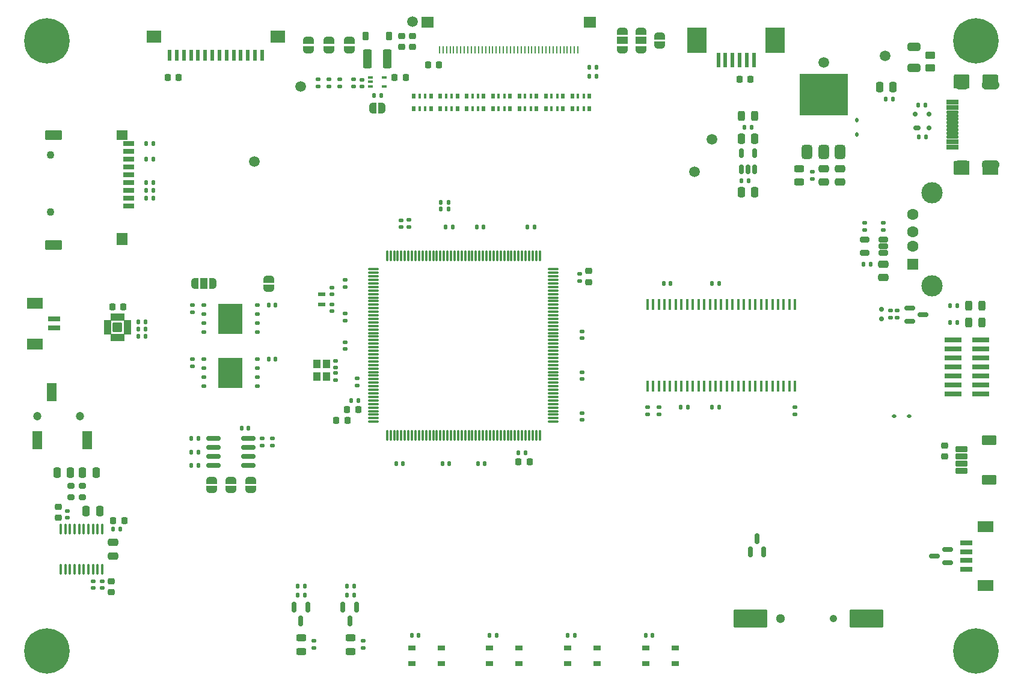
<source format=gbr>
%TF.GenerationSoftware,KiCad,Pcbnew,8.0.2*%
%TF.CreationDate,2024-07-19T10:45:18+07:00*%
%TF.ProjectId,chroma-pixel-zeta,6368726f-6d61-42d7-9069-78656c2d7a65,rev?*%
%TF.SameCoordinates,Original*%
%TF.FileFunction,Soldermask,Top*%
%TF.FilePolarity,Negative*%
%FSLAX46Y46*%
G04 Gerber Fmt 4.6, Leading zero omitted, Abs format (unit mm)*
G04 Created by KiCad (PCBNEW 8.0.2) date 2024-07-19 10:45:18*
%MOMM*%
%LPD*%
G01*
G04 APERTURE LIST*
G04 Aperture macros list*
%AMRoundRect*
0 Rectangle with rounded corners*
0 $1 Rounding radius*
0 $2 $3 $4 $5 $6 $7 $8 $9 X,Y pos of 4 corners*
0 Add a 4 corners polygon primitive as box body*
4,1,4,$2,$3,$4,$5,$6,$7,$8,$9,$2,$3,0*
0 Add four circle primitives for the rounded corners*
1,1,$1+$1,$2,$3*
1,1,$1+$1,$4,$5*
1,1,$1+$1,$6,$7*
1,1,$1+$1,$8,$9*
0 Add four rect primitives between the rounded corners*
20,1,$1+$1,$2,$3,$4,$5,0*
20,1,$1+$1,$4,$5,$6,$7,0*
20,1,$1+$1,$6,$7,$8,$9,0*
20,1,$1+$1,$8,$9,$2,$3,0*%
%AMFreePoly0*
4,1,19,0.500000,-0.750000,0.000000,-0.750000,0.000000,-0.744911,-0.071157,-0.744911,-0.207708,-0.704816,-0.327430,-0.627875,-0.420627,-0.520320,-0.479746,-0.390866,-0.500000,-0.250000,-0.500000,0.250000,-0.479746,0.390866,-0.420627,0.520320,-0.327430,0.627875,-0.207708,0.704816,-0.071157,0.744911,0.000000,0.744911,0.000000,0.750000,0.500000,0.750000,0.500000,-0.750000,0.500000,-0.750000,
$1*%
%AMFreePoly1*
4,1,19,0.000000,0.744911,0.071157,0.744911,0.207708,0.704816,0.327430,0.627875,0.420627,0.520320,0.479746,0.390866,0.500000,0.250000,0.500000,-0.250000,0.479746,-0.390866,0.420627,-0.520320,0.327430,-0.627875,0.207708,-0.704816,0.071157,-0.744911,0.000000,-0.744911,0.000000,-0.750000,-0.500000,-0.750000,-0.500000,0.750000,0.000000,0.750000,0.000000,0.744911,0.000000,0.744911,
$1*%
%AMFreePoly2*
4,1,19,0.550000,-0.750000,0.000000,-0.750000,0.000000,-0.744911,-0.071157,-0.744911,-0.207708,-0.704816,-0.327430,-0.627875,-0.420627,-0.520320,-0.479746,-0.390866,-0.500000,-0.250000,-0.500000,0.250000,-0.479746,0.390866,-0.420627,0.520320,-0.327430,0.627875,-0.207708,0.704816,-0.071157,0.744911,0.000000,0.744911,0.000000,0.750000,0.550000,0.750000,0.550000,-0.750000,0.550000,-0.750000,
$1*%
%AMFreePoly3*
4,1,19,0.000000,0.744911,0.071157,0.744911,0.207708,0.704816,0.327430,0.627875,0.420627,0.520320,0.479746,0.390866,0.500000,0.250000,0.500000,-0.250000,0.479746,-0.390866,0.420627,-0.520320,0.327430,-0.627875,0.207708,-0.704816,0.071157,-0.744911,0.000000,-0.744911,0.000000,-0.750000,-0.550000,-0.750000,-0.550000,0.750000,0.000000,0.750000,0.000000,0.744911,0.000000,0.744911,
$1*%
G04 Aperture macros list end*
%ADD10C,0.010000*%
%ADD11C,1.200000*%
%ADD12R,1.400000X2.600000*%
%ADD13C,0.800000*%
%ADD14C,6.400000*%
%ADD15RoundRect,0.140000X-0.170000X0.140000X-0.170000X-0.140000X0.170000X-0.140000X0.170000X0.140000X0*%
%ADD16RoundRect,0.135000X-0.185000X0.135000X-0.185000X-0.135000X0.185000X-0.135000X0.185000X0.135000X0*%
%ADD17RoundRect,0.135000X-0.135000X-0.185000X0.135000X-0.185000X0.135000X0.185000X-0.135000X0.185000X0*%
%ADD18RoundRect,0.140000X-0.140000X-0.170000X0.140000X-0.170000X0.140000X0.170000X-0.140000X0.170000X0*%
%ADD19RoundRect,0.140000X0.140000X0.170000X-0.140000X0.170000X-0.140000X-0.170000X0.140000X-0.170000X0*%
%ADD20RoundRect,0.102000X0.775000X-0.300000X0.775000X0.300000X-0.775000X0.300000X-0.775000X-0.300000X0*%
%ADD21RoundRect,0.102000X-0.900000X0.600000X-0.900000X-0.600000X0.900000X-0.600000X0.900000X0.600000X0*%
%ADD22RoundRect,0.135000X0.135000X0.185000X-0.135000X0.185000X-0.135000X-0.185000X0.135000X-0.185000X0*%
%ADD23RoundRect,0.135000X0.185000X-0.135000X0.185000X0.135000X-0.185000X0.135000X-0.185000X-0.135000X0*%
%ADD24RoundRect,0.375000X0.375000X-0.625000X0.375000X0.625000X-0.375000X0.625000X-0.375000X-0.625000X0*%
%ADD25RoundRect,0.500000X1.400000X-0.500000X1.400000X0.500000X-1.400000X0.500000X-1.400000X-0.500000X0*%
%ADD26RoundRect,0.250000X-0.475000X0.250000X-0.475000X-0.250000X0.475000X-0.250000X0.475000X0.250000X0*%
%ADD27R,1.500000X1.600000*%
%ADD28C,1.600000*%
%ADD29C,3.000000*%
%ADD30RoundRect,0.140000X0.170000X-0.140000X0.170000X0.140000X-0.170000X0.140000X-0.170000X-0.140000X0*%
%ADD31R,0.500000X0.800000*%
%ADD32R,0.400000X0.800000*%
%ADD33R,1.100000X0.600000*%
%ADD34C,1.500000*%
%ADD35RoundRect,0.150000X0.150000X-0.512500X0.150000X0.512500X-0.150000X0.512500X-0.150000X-0.512500X0*%
%ADD36FreePoly0,270.000000*%
%ADD37FreePoly1,270.000000*%
%ADD38RoundRect,0.225000X0.250000X-0.225000X0.250000X0.225000X-0.250000X0.225000X-0.250000X-0.225000X0*%
%ADD39R,2.400000X0.740000*%
%ADD40RoundRect,0.243750X0.243750X0.456250X-0.243750X0.456250X-0.243750X-0.456250X0.243750X-0.456250X0*%
%ADD41RoundRect,0.225000X-0.225000X-0.250000X0.225000X-0.250000X0.225000X0.250000X-0.225000X0.250000X0*%
%ADD42RoundRect,0.125000X-0.200000X-0.125000X0.200000X-0.125000X0.200000X0.125000X-0.200000X0.125000X0*%
%ADD43R,3.400000X4.300000*%
%ADD44RoundRect,0.150000X0.150000X-0.587500X0.150000X0.587500X-0.150000X0.587500X-0.150000X-0.587500X0*%
%ADD45RoundRect,0.075000X-0.675000X-0.075000X0.675000X-0.075000X0.675000X0.075000X-0.675000X0.075000X0*%
%ADD46RoundRect,0.075000X-0.075000X-0.675000X0.075000X-0.675000X0.075000X0.675000X-0.075000X0.675000X0*%
%ADD47C,1.050000*%
%ADD48C,1.300000*%
%ADD49RoundRect,0.102000X-2.250000X-1.150000X2.250000X-1.150000X2.250000X1.150000X-2.250000X1.150000X0*%
%ADD50RoundRect,0.250000X0.450000X-0.262500X0.450000X0.262500X-0.450000X0.262500X-0.450000X-0.262500X0*%
%ADD51RoundRect,0.250000X-0.250000X-0.475000X0.250000X-0.475000X0.250000X0.475000X-0.250000X0.475000X0*%
%ADD52FreePoly0,90.000000*%
%ADD53FreePoly1,90.000000*%
%ADD54RoundRect,0.100000X-0.225000X-0.100000X0.225000X-0.100000X0.225000X0.100000X-0.225000X0.100000X0*%
%ADD55C,1.100000*%
%ADD56R,1.600000X0.700000*%
%ADD57RoundRect,0.050000X-0.750000X0.600000X-0.750000X-0.600000X0.750000X-0.600000X0.750000X0.600000X0*%
%ADD58RoundRect,0.050000X-1.100000X0.600000X-1.100000X-0.600000X1.100000X-0.600000X1.100000X0.600000X0*%
%ADD59RoundRect,0.050000X-0.750000X0.800000X-0.750000X-0.800000X0.750000X-0.800000X0.750000X0.800000X0*%
%ADD60RoundRect,0.250000X0.250000X0.475000X-0.250000X0.475000X-0.250000X-0.475000X0.250000X-0.475000X0*%
%ADD61RoundRect,0.150000X0.200000X-0.150000X0.200000X0.150000X-0.200000X0.150000X-0.200000X-0.150000X0*%
%ADD62RoundRect,0.225000X-0.250000X0.225000X-0.250000X-0.225000X0.250000X-0.225000X0.250000X0.225000X0*%
%ADD63R,1.050000X0.650000*%
%ADD64FreePoly2,180.000000*%
%ADD65R,1.000000X1.500000*%
%ADD66FreePoly3,180.000000*%
%ADD67RoundRect,0.076200X0.750000X-0.300000X0.750000X0.300000X-0.750000X0.300000X-0.750000X-0.300000X0*%
%ADD68RoundRect,0.076200X0.750000X-0.150000X0.750000X0.150000X-0.750000X0.150000X-0.750000X-0.150000X0*%
%ADD69R,0.458000X1.510000*%
%ADD70RoundRect,0.112500X-0.187500X-0.112500X0.187500X-0.112500X0.187500X0.112500X-0.187500X0.112500X0*%
%ADD71RoundRect,0.150000X-0.825000X-0.150000X0.825000X-0.150000X0.825000X0.150000X-0.825000X0.150000X0*%
%ADD72RoundRect,0.112500X0.112500X-0.187500X0.112500X0.187500X-0.112500X0.187500X-0.112500X-0.187500X0*%
%ADD73RoundRect,0.243750X-0.456250X0.243750X-0.456250X-0.243750X0.456250X-0.243750X0.456250X0.243750X0*%
%ADD74FreePoly2,90.000000*%
%ADD75R,1.500000X1.000000*%
%ADD76FreePoly3,90.000000*%
%ADD77RoundRect,0.225000X0.225000X0.250000X-0.225000X0.250000X-0.225000X-0.250000X0.225000X-0.250000X0*%
%ADD78R,1.000000X1.150000*%
%ADD79R,1.800000X0.700000*%
%ADD80R,2.200000X1.600000*%
%ADD81RoundRect,0.150000X0.587500X0.150000X-0.587500X0.150000X-0.587500X-0.150000X0.587500X-0.150000X0*%
%ADD82RoundRect,0.200000X0.275000X-0.200000X0.275000X0.200000X-0.275000X0.200000X-0.275000X-0.200000X0*%
%ADD83RoundRect,0.033180X0.498820X0.203820X-0.498820X0.203820X-0.498820X-0.203820X0.498820X-0.203820X0*%
%ADD84RoundRect,0.033180X-0.203820X0.498820X-0.203820X-0.498820X0.203820X-0.498820X0.203820X0.498820X0*%
%ADD85RoundRect,0.033180X-0.498820X-0.203820X0.498820X-0.203820X0.498820X0.203820X-0.498820X0.203820X0*%
%ADD86RoundRect,0.033180X0.203820X-0.498820X0.203820X0.498820X-0.203820X0.498820X-0.203820X-0.498820X0*%
%ADD87RoundRect,0.102000X0.550000X0.550000X-0.550000X0.550000X-0.550000X-0.550000X0.550000X-0.550000X0*%
%ADD88R,0.610000X2.000000*%
%ADD89R,2.680000X3.600000*%
%ADD90RoundRect,0.175000X0.325000X-0.175000X0.325000X0.175000X-0.325000X0.175000X-0.325000X-0.175000X0*%
%ADD91RoundRect,0.150000X0.150000X-0.200000X0.150000X0.200000X-0.150000X0.200000X-0.150000X-0.200000X0*%
%ADD92RoundRect,0.225000X0.225000X0.375000X-0.225000X0.375000X-0.225000X-0.375000X0.225000X-0.375000X0*%
%ADD93FreePoly0,180.000000*%
%ADD94FreePoly1,180.000000*%
%ADD95RoundRect,0.150000X-0.150000X0.587500X-0.150000X-0.587500X0.150000X-0.587500X0.150000X0.587500X0*%
%ADD96R,0.250000X1.100000*%
%ADD97R,1.700000X1.500000*%
%ADD98R,0.500000X1.500000*%
%ADD99R,2.000000X1.700000*%
%ADD100RoundRect,0.250000X0.650000X-0.325000X0.650000X0.325000X-0.650000X0.325000X-0.650000X-0.325000X0*%
%ADD101RoundRect,0.201000X0.451000X0.201000X-0.451000X0.201000X-0.451000X-0.201000X0.451000X-0.201000X0*%
%ADD102RoundRect,0.201000X-0.451000X-0.201000X0.451000X-0.201000X0.451000X0.201000X-0.451000X0.201000X0*%
%ADD103RoundRect,0.150000X-0.587500X-0.150000X0.587500X-0.150000X0.587500X0.150000X-0.587500X0.150000X0*%
%ADD104RoundRect,0.100000X-0.100000X0.637500X-0.100000X-0.637500X0.100000X-0.637500X0.100000X0.637500X0*%
%ADD105RoundRect,0.250000X0.375000X1.075000X-0.375000X1.075000X-0.375000X-1.075000X0.375000X-1.075000X0*%
G04 APERTURE END LIST*
D10*
%TO.C,J3*%
X213103000Y-67443000D02*
X213165000Y-67453000D01*
X213225000Y-67469000D01*
X213284000Y-67492000D01*
X213340000Y-67520000D01*
X213393000Y-67555000D01*
X213441000Y-67594000D01*
X213486000Y-67639000D01*
X213525000Y-67687000D01*
X213560000Y-67740000D01*
X213588000Y-67796000D01*
X213611000Y-67855000D01*
X213627000Y-67915000D01*
X213637000Y-67977000D01*
X213640000Y-68040000D01*
X213637000Y-68103000D01*
X213627000Y-68165000D01*
X213611000Y-68225000D01*
X213588000Y-68284000D01*
X213560000Y-68340000D01*
X213525000Y-68393000D01*
X213486000Y-68441000D01*
X213441000Y-68486000D01*
X213393000Y-68525000D01*
X213340000Y-68560000D01*
X213284000Y-68588000D01*
X213225000Y-68611000D01*
X213165000Y-68627000D01*
X213103000Y-68637000D01*
X213040000Y-68640000D01*
X212240000Y-68640000D01*
X212177000Y-68637000D01*
X212115000Y-68627000D01*
X212055000Y-68611000D01*
X211996000Y-68588000D01*
X211940000Y-68560000D01*
X211887000Y-68525000D01*
X211839000Y-68486000D01*
X211794000Y-68441000D01*
X211755000Y-68393000D01*
X211720000Y-68340000D01*
X211692000Y-68284000D01*
X211669000Y-68225000D01*
X211653000Y-68165000D01*
X211643000Y-68103000D01*
X211640000Y-68040000D01*
X211643000Y-67977000D01*
X211653000Y-67915000D01*
X211669000Y-67855000D01*
X211692000Y-67796000D01*
X211720000Y-67740000D01*
X211755000Y-67687000D01*
X211794000Y-67639000D01*
X211839000Y-67594000D01*
X211887000Y-67555000D01*
X211940000Y-67520000D01*
X211996000Y-67492000D01*
X212055000Y-67469000D01*
X212115000Y-67453000D01*
X212177000Y-67443000D01*
X212240000Y-67440000D01*
X213040000Y-67440000D01*
X213103000Y-67443000D01*
G36*
X213103000Y-67443000D02*
G01*
X213165000Y-67453000D01*
X213225000Y-67469000D01*
X213284000Y-67492000D01*
X213340000Y-67520000D01*
X213393000Y-67555000D01*
X213441000Y-67594000D01*
X213486000Y-67639000D01*
X213525000Y-67687000D01*
X213560000Y-67740000D01*
X213588000Y-67796000D01*
X213611000Y-67855000D01*
X213627000Y-67915000D01*
X213637000Y-67977000D01*
X213640000Y-68040000D01*
X213637000Y-68103000D01*
X213627000Y-68165000D01*
X213611000Y-68225000D01*
X213588000Y-68284000D01*
X213560000Y-68340000D01*
X213525000Y-68393000D01*
X213486000Y-68441000D01*
X213441000Y-68486000D01*
X213393000Y-68525000D01*
X213340000Y-68560000D01*
X213284000Y-68588000D01*
X213225000Y-68611000D01*
X213165000Y-68627000D01*
X213103000Y-68637000D01*
X213040000Y-68640000D01*
X212240000Y-68640000D01*
X212177000Y-68637000D01*
X212115000Y-68627000D01*
X212055000Y-68611000D01*
X211996000Y-68588000D01*
X211940000Y-68560000D01*
X211887000Y-68525000D01*
X211839000Y-68486000D01*
X211794000Y-68441000D01*
X211755000Y-68393000D01*
X211720000Y-68340000D01*
X211692000Y-68284000D01*
X211669000Y-68225000D01*
X211653000Y-68165000D01*
X211643000Y-68103000D01*
X211640000Y-68040000D01*
X211643000Y-67977000D01*
X211653000Y-67915000D01*
X211669000Y-67855000D01*
X211692000Y-67796000D01*
X211720000Y-67740000D01*
X211755000Y-67687000D01*
X211794000Y-67639000D01*
X211839000Y-67594000D01*
X211887000Y-67555000D01*
X211940000Y-67520000D01*
X211996000Y-67492000D01*
X212055000Y-67469000D01*
X212115000Y-67453000D01*
X212177000Y-67443000D01*
X212240000Y-67440000D01*
X213040000Y-67440000D01*
X213103000Y-67443000D01*
G37*
X213103000Y-56203000D02*
X213165000Y-56213000D01*
X213225000Y-56229000D01*
X213284000Y-56252000D01*
X213340000Y-56280000D01*
X213393000Y-56315000D01*
X213441000Y-56354000D01*
X213486000Y-56399000D01*
X213525000Y-56447000D01*
X213560000Y-56500000D01*
X213588000Y-56556000D01*
X213611000Y-56615000D01*
X213627000Y-56675000D01*
X213637000Y-56737000D01*
X213640000Y-56800000D01*
X213637000Y-56863000D01*
X213627000Y-56925000D01*
X213611000Y-56985000D01*
X213588000Y-57044000D01*
X213560000Y-57100000D01*
X213525000Y-57153000D01*
X213486000Y-57201000D01*
X213441000Y-57246000D01*
X213393000Y-57285000D01*
X213340000Y-57320000D01*
X213284000Y-57348000D01*
X213225000Y-57371000D01*
X213165000Y-57387000D01*
X213103000Y-57397000D01*
X213040000Y-57400000D01*
X212240000Y-57400000D01*
X212177000Y-57397000D01*
X212115000Y-57387000D01*
X212055000Y-57371000D01*
X211996000Y-57348000D01*
X211940000Y-57320000D01*
X211887000Y-57285000D01*
X211839000Y-57246000D01*
X211794000Y-57201000D01*
X211755000Y-57153000D01*
X211720000Y-57100000D01*
X211692000Y-57044000D01*
X211669000Y-56985000D01*
X211653000Y-56925000D01*
X211643000Y-56863000D01*
X211640000Y-56800000D01*
X211643000Y-56737000D01*
X211653000Y-56675000D01*
X211669000Y-56615000D01*
X211692000Y-56556000D01*
X211720000Y-56500000D01*
X211755000Y-56447000D01*
X211794000Y-56399000D01*
X211839000Y-56354000D01*
X211887000Y-56315000D01*
X211940000Y-56280000D01*
X211996000Y-56252000D01*
X212055000Y-56229000D01*
X212115000Y-56213000D01*
X212177000Y-56203000D01*
X212240000Y-56200000D01*
X213040000Y-56200000D01*
X213103000Y-56203000D01*
G36*
X213103000Y-56203000D02*
G01*
X213165000Y-56213000D01*
X213225000Y-56229000D01*
X213284000Y-56252000D01*
X213340000Y-56280000D01*
X213393000Y-56315000D01*
X213441000Y-56354000D01*
X213486000Y-56399000D01*
X213525000Y-56447000D01*
X213560000Y-56500000D01*
X213588000Y-56556000D01*
X213611000Y-56615000D01*
X213627000Y-56675000D01*
X213637000Y-56737000D01*
X213640000Y-56800000D01*
X213637000Y-56863000D01*
X213627000Y-56925000D01*
X213611000Y-56985000D01*
X213588000Y-57044000D01*
X213560000Y-57100000D01*
X213525000Y-57153000D01*
X213486000Y-57201000D01*
X213441000Y-57246000D01*
X213393000Y-57285000D01*
X213340000Y-57320000D01*
X213284000Y-57348000D01*
X213225000Y-57371000D01*
X213165000Y-57387000D01*
X213103000Y-57397000D01*
X213040000Y-57400000D01*
X212240000Y-57400000D01*
X212177000Y-57397000D01*
X212115000Y-57387000D01*
X212055000Y-57371000D01*
X211996000Y-57348000D01*
X211940000Y-57320000D01*
X211887000Y-57285000D01*
X211839000Y-57246000D01*
X211794000Y-57201000D01*
X211755000Y-57153000D01*
X211720000Y-57100000D01*
X211692000Y-57044000D01*
X211669000Y-56985000D01*
X211653000Y-56925000D01*
X211643000Y-56863000D01*
X211640000Y-56800000D01*
X211643000Y-56737000D01*
X211653000Y-56675000D01*
X211669000Y-56615000D01*
X211692000Y-56556000D01*
X211720000Y-56500000D01*
X211755000Y-56447000D01*
X211794000Y-56399000D01*
X211839000Y-56354000D01*
X211887000Y-56315000D01*
X211940000Y-56280000D01*
X211996000Y-56252000D01*
X212055000Y-56229000D01*
X212115000Y-56213000D01*
X212177000Y-56203000D01*
X212240000Y-56200000D01*
X213040000Y-56200000D01*
X213103000Y-56203000D01*
G37*
X217303000Y-56203000D02*
X217365000Y-56213000D01*
X217425000Y-56229000D01*
X217484000Y-56252000D01*
X217540000Y-56280000D01*
X217593000Y-56315000D01*
X217641000Y-56354000D01*
X217686000Y-56399000D01*
X217725000Y-56447000D01*
X217760000Y-56500000D01*
X217788000Y-56556000D01*
X217811000Y-56615000D01*
X217827000Y-56675000D01*
X217837000Y-56737000D01*
X217840000Y-56800000D01*
X217837000Y-56863000D01*
X217827000Y-56925000D01*
X217811000Y-56985000D01*
X217788000Y-57044000D01*
X217760000Y-57100000D01*
X217725000Y-57153000D01*
X217686000Y-57201000D01*
X217641000Y-57246000D01*
X217593000Y-57285000D01*
X217540000Y-57320000D01*
X217484000Y-57348000D01*
X217425000Y-57371000D01*
X217365000Y-57387000D01*
X217303000Y-57397000D01*
X217240000Y-57400000D01*
X216040000Y-57400000D01*
X215977000Y-57397000D01*
X215915000Y-57387000D01*
X215855000Y-57371000D01*
X215796000Y-57348000D01*
X215740000Y-57320000D01*
X215687000Y-57285000D01*
X215639000Y-57246000D01*
X215594000Y-57201000D01*
X215555000Y-57153000D01*
X215520000Y-57100000D01*
X215492000Y-57044000D01*
X215469000Y-56985000D01*
X215453000Y-56925000D01*
X215443000Y-56863000D01*
X215440000Y-56800000D01*
X215443000Y-56737000D01*
X215453000Y-56675000D01*
X215469000Y-56615000D01*
X215492000Y-56556000D01*
X215520000Y-56500000D01*
X215555000Y-56447000D01*
X215594000Y-56399000D01*
X215639000Y-56354000D01*
X215687000Y-56315000D01*
X215740000Y-56280000D01*
X215796000Y-56252000D01*
X215855000Y-56229000D01*
X215915000Y-56213000D01*
X215977000Y-56203000D01*
X216040000Y-56200000D01*
X217240000Y-56200000D01*
X217303000Y-56203000D01*
G36*
X217303000Y-56203000D02*
G01*
X217365000Y-56213000D01*
X217425000Y-56229000D01*
X217484000Y-56252000D01*
X217540000Y-56280000D01*
X217593000Y-56315000D01*
X217641000Y-56354000D01*
X217686000Y-56399000D01*
X217725000Y-56447000D01*
X217760000Y-56500000D01*
X217788000Y-56556000D01*
X217811000Y-56615000D01*
X217827000Y-56675000D01*
X217837000Y-56737000D01*
X217840000Y-56800000D01*
X217837000Y-56863000D01*
X217827000Y-56925000D01*
X217811000Y-56985000D01*
X217788000Y-57044000D01*
X217760000Y-57100000D01*
X217725000Y-57153000D01*
X217686000Y-57201000D01*
X217641000Y-57246000D01*
X217593000Y-57285000D01*
X217540000Y-57320000D01*
X217484000Y-57348000D01*
X217425000Y-57371000D01*
X217365000Y-57387000D01*
X217303000Y-57397000D01*
X217240000Y-57400000D01*
X216040000Y-57400000D01*
X215977000Y-57397000D01*
X215915000Y-57387000D01*
X215855000Y-57371000D01*
X215796000Y-57348000D01*
X215740000Y-57320000D01*
X215687000Y-57285000D01*
X215639000Y-57246000D01*
X215594000Y-57201000D01*
X215555000Y-57153000D01*
X215520000Y-57100000D01*
X215492000Y-57044000D01*
X215469000Y-56985000D01*
X215453000Y-56925000D01*
X215443000Y-56863000D01*
X215440000Y-56800000D01*
X215443000Y-56737000D01*
X215453000Y-56675000D01*
X215469000Y-56615000D01*
X215492000Y-56556000D01*
X215520000Y-56500000D01*
X215555000Y-56447000D01*
X215594000Y-56399000D01*
X215639000Y-56354000D01*
X215687000Y-56315000D01*
X215740000Y-56280000D01*
X215796000Y-56252000D01*
X215855000Y-56229000D01*
X215915000Y-56213000D01*
X215977000Y-56203000D01*
X216040000Y-56200000D01*
X217240000Y-56200000D01*
X217303000Y-56203000D01*
G37*
X217303000Y-67443000D02*
X217365000Y-67453000D01*
X217425000Y-67469000D01*
X217484000Y-67492000D01*
X217540000Y-67520000D01*
X217593000Y-67555000D01*
X217641000Y-67594000D01*
X217686000Y-67639000D01*
X217725000Y-67687000D01*
X217760000Y-67740000D01*
X217788000Y-67796000D01*
X217811000Y-67855000D01*
X217827000Y-67915000D01*
X217837000Y-67977000D01*
X217840000Y-68040000D01*
X217837000Y-68103000D01*
X217827000Y-68165000D01*
X217811000Y-68225000D01*
X217788000Y-68284000D01*
X217760000Y-68340000D01*
X217725000Y-68393000D01*
X217686000Y-68441000D01*
X217641000Y-68486000D01*
X217593000Y-68525000D01*
X217540000Y-68560000D01*
X217484000Y-68588000D01*
X217425000Y-68611000D01*
X217365000Y-68627000D01*
X217303000Y-68637000D01*
X217240000Y-68640000D01*
X216040000Y-68640000D01*
X215977000Y-68637000D01*
X215915000Y-68627000D01*
X215855000Y-68611000D01*
X215796000Y-68588000D01*
X215740000Y-68560000D01*
X215687000Y-68525000D01*
X215639000Y-68486000D01*
X215594000Y-68441000D01*
X215555000Y-68393000D01*
X215520000Y-68340000D01*
X215492000Y-68284000D01*
X215469000Y-68225000D01*
X215453000Y-68165000D01*
X215443000Y-68103000D01*
X215440000Y-68040000D01*
X215443000Y-67977000D01*
X215453000Y-67915000D01*
X215469000Y-67855000D01*
X215492000Y-67796000D01*
X215520000Y-67740000D01*
X215555000Y-67687000D01*
X215594000Y-67639000D01*
X215639000Y-67594000D01*
X215687000Y-67555000D01*
X215740000Y-67520000D01*
X215796000Y-67492000D01*
X215855000Y-67469000D01*
X215915000Y-67453000D01*
X215977000Y-67443000D01*
X216040000Y-67440000D01*
X217240000Y-67440000D01*
X217303000Y-67443000D01*
G36*
X217303000Y-67443000D02*
G01*
X217365000Y-67453000D01*
X217425000Y-67469000D01*
X217484000Y-67492000D01*
X217540000Y-67520000D01*
X217593000Y-67555000D01*
X217641000Y-67594000D01*
X217686000Y-67639000D01*
X217725000Y-67687000D01*
X217760000Y-67740000D01*
X217788000Y-67796000D01*
X217811000Y-67855000D01*
X217827000Y-67915000D01*
X217837000Y-67977000D01*
X217840000Y-68040000D01*
X217837000Y-68103000D01*
X217827000Y-68165000D01*
X217811000Y-68225000D01*
X217788000Y-68284000D01*
X217760000Y-68340000D01*
X217725000Y-68393000D01*
X217686000Y-68441000D01*
X217641000Y-68486000D01*
X217593000Y-68525000D01*
X217540000Y-68560000D01*
X217484000Y-68588000D01*
X217425000Y-68611000D01*
X217365000Y-68627000D01*
X217303000Y-68637000D01*
X217240000Y-68640000D01*
X216040000Y-68640000D01*
X215977000Y-68637000D01*
X215915000Y-68627000D01*
X215855000Y-68611000D01*
X215796000Y-68588000D01*
X215740000Y-68560000D01*
X215687000Y-68525000D01*
X215639000Y-68486000D01*
X215594000Y-68441000D01*
X215555000Y-68393000D01*
X215520000Y-68340000D01*
X215492000Y-68284000D01*
X215469000Y-68225000D01*
X215453000Y-68165000D01*
X215443000Y-68103000D01*
X215440000Y-68040000D01*
X215443000Y-67977000D01*
X215453000Y-67915000D01*
X215469000Y-67855000D01*
X215492000Y-67796000D01*
X215520000Y-67740000D01*
X215555000Y-67687000D01*
X215594000Y-67639000D01*
X215639000Y-67594000D01*
X215687000Y-67555000D01*
X215740000Y-67520000D01*
X215796000Y-67492000D01*
X215855000Y-67469000D01*
X215915000Y-67453000D01*
X215977000Y-67443000D01*
X216040000Y-67440000D01*
X217240000Y-67440000D01*
X217303000Y-67443000D01*
G37*
%TD*%
D11*
%TO.C,J11*%
X82458200Y-103555800D03*
X88458200Y-103555800D03*
D12*
X84458200Y-100155800D03*
X82458200Y-106955800D03*
X89458200Y-106955800D03*
%TD*%
D13*
%TO.C,H3*%
X86249200Y-50634374D03*
X85546256Y-52331430D03*
X85546256Y-48937318D03*
X83849200Y-53034374D03*
D14*
X83849200Y-50634374D03*
D13*
X83849200Y-48234374D03*
X82152144Y-52331430D03*
X82152144Y-48937318D03*
X81449200Y-50634374D03*
%TD*%
D15*
%TO.C,C40*%
X124466100Y-97466200D03*
X124466100Y-98426200D03*
%TD*%
D16*
%TO.C,R19*%
X134763800Y-75878600D03*
X134763800Y-76898600D03*
%TD*%
D17*
%TO.C,R43*%
X211021200Y-87976883D03*
X212041200Y-87976883D03*
%TD*%
D18*
%TO.C,C28*%
X135170640Y-134425800D03*
X136130640Y-134425800D03*
%TD*%
D15*
%TO.C,C59*%
X91601600Y-126824800D03*
X91601600Y-127784800D03*
%TD*%
D19*
%TO.C,C37*%
X171649000Y-84806000D03*
X170689000Y-84806000D03*
%TD*%
D13*
%TO.C,H4*%
X83849200Y-134234374D03*
X85546256Y-134937318D03*
X82152144Y-134937318D03*
X86249200Y-136634374D03*
D14*
X83849200Y-136634374D03*
D13*
X81449200Y-136634374D03*
X85546256Y-138331430D03*
X82152144Y-138331430D03*
X83849200Y-139034374D03*
%TD*%
D20*
%TO.C,J5*%
X212579200Y-111205090D03*
X212579200Y-110205090D03*
X212579200Y-109205090D03*
X212579200Y-108205090D03*
D21*
X216454200Y-112505090D03*
X216454200Y-106905090D03*
%TD*%
D22*
%TO.C,R7*%
X98808000Y-67304200D03*
X97788000Y-67304200D03*
%TD*%
%TO.C,R15*%
X97726803Y-91246199D03*
X96706803Y-91246199D03*
%TD*%
D16*
%TO.C,R31*%
X115576600Y-106680000D03*
X115576600Y-107700000D03*
%TD*%
D23*
%TO.C,R23*%
X121386600Y-136253000D03*
X121386600Y-135233000D03*
%TD*%
D22*
%TO.C,R34*%
X140337000Y-74345800D03*
X139317000Y-74345800D03*
%TD*%
D19*
%TO.C,C45*%
X127635000Y-101346000D03*
X126675000Y-101346000D03*
%TD*%
D24*
%TO.C,U13*%
X190867000Y-66268600D03*
X193167000Y-66268600D03*
D25*
X193167000Y-59968600D03*
D24*
X195467000Y-66268600D03*
%TD*%
D26*
%TO.C,C63*%
X201599800Y-82087600D03*
X201599800Y-83987600D03*
%TD*%
D18*
%TO.C,C36*%
X177489000Y-84806000D03*
X178449000Y-84806000D03*
%TD*%
D27*
%TO.C,J12*%
X205764800Y-82087600D03*
D28*
X205764800Y-79587600D03*
X205764800Y-77587600D03*
X205764800Y-75087600D03*
D29*
X208474800Y-85157600D03*
X208474800Y-72017600D03*
%TD*%
D17*
%TO.C,R48*%
X198803800Y-82092800D03*
X199823800Y-82092800D03*
%TD*%
D30*
%TO.C,C10*%
X133718600Y-76898600D03*
X133718600Y-75938600D03*
%TD*%
D18*
%TO.C,C27*%
X146151360Y-134425800D03*
X147111360Y-134425800D03*
%TD*%
D31*
%TO.C,RN7*%
X160190598Y-58429400D03*
D32*
X159390598Y-58429400D03*
X158590598Y-58429400D03*
D31*
X157790598Y-58429400D03*
X157790598Y-60229400D03*
D32*
X158590598Y-60229400D03*
X159390598Y-60229400D03*
D31*
X160190598Y-60229400D03*
%TD*%
D22*
%TO.C,R6*%
X105188000Y-108585000D03*
X104168000Y-108585000D03*
%TD*%
D33*
%TO.C,Y2*%
X122546400Y-87773600D03*
X122546400Y-86373600D03*
%TD*%
D34*
%TO.C,TP5*%
X135280400Y-47955200D03*
%TD*%
D35*
%TO.C,U8*%
X181584600Y-68772200D03*
X182534600Y-68772200D03*
X183484600Y-68772200D03*
X183484600Y-66497200D03*
X181584600Y-66497200D03*
%TD*%
D36*
%TO.C,JP7*%
X106978700Y-112602200D03*
D37*
X106978700Y-113902200D03*
%TD*%
D17*
%TO.C,R16*%
X96706803Y-92252800D03*
X97726803Y-92252800D03*
%TD*%
D38*
%TO.C,C56*%
X85420200Y-117878800D03*
X85420200Y-116328800D03*
%TD*%
D39*
%TO.C,J7*%
X215335400Y-100420449D03*
X211435400Y-100420449D03*
X215335400Y-99150449D03*
X211435400Y-99150449D03*
X215335400Y-97880449D03*
X211435400Y-97880449D03*
X215335400Y-96610449D03*
X211435400Y-96610449D03*
X215335400Y-95340449D03*
X211435400Y-95340449D03*
X215335400Y-94070449D03*
X211435400Y-94070449D03*
X215335400Y-92800449D03*
X211435400Y-92800449D03*
%TD*%
D15*
%TO.C,C29*%
X169969000Y-102306000D03*
X169969000Y-103266000D03*
%TD*%
D22*
%TO.C,R9*%
X98808000Y-72804200D03*
X97788000Y-72804200D03*
%TD*%
D40*
%TO.C,D4*%
X183452100Y-61193620D03*
X181577100Y-61193620D03*
%TD*%
D41*
%TO.C,C54*%
X93167200Y-118237000D03*
X94717200Y-118237000D03*
%TD*%
D42*
%TO.C,U4*%
X105909900Y-87917200D03*
X105909900Y-89187200D03*
X105909900Y-90457200D03*
X105909900Y-91727200D03*
X113409900Y-91727200D03*
X113409900Y-90457200D03*
X113409900Y-89187200D03*
X113409900Y-87917200D03*
D43*
X109659900Y-89822200D03*
%TD*%
D18*
%TO.C,C8*%
X151488600Y-76898600D03*
X152448600Y-76898600D03*
%TD*%
D34*
%TO.C,TP2*%
X175006000Y-69113400D03*
%TD*%
D44*
%TO.C,D7*%
X182838600Y-122705100D03*
X184738600Y-122705100D03*
X183788600Y-120830100D03*
%TD*%
D45*
%TO.C,U2*%
X129793600Y-82823600D03*
X129793600Y-83323600D03*
X129793600Y-83823600D03*
X129793600Y-84323600D03*
X129793600Y-84823600D03*
X129793600Y-85323600D03*
X129793600Y-85823600D03*
X129793600Y-86323600D03*
X129793600Y-86823600D03*
X129793600Y-87323600D03*
X129793600Y-87823600D03*
X129793600Y-88323600D03*
X129793600Y-88823600D03*
X129793600Y-89323600D03*
X129793600Y-89823600D03*
X129793600Y-90323600D03*
X129793600Y-90823600D03*
X129793600Y-91323600D03*
X129793600Y-91823600D03*
X129793600Y-92323600D03*
X129793600Y-92823600D03*
X129793600Y-93323600D03*
X129793600Y-93823600D03*
X129793600Y-94323600D03*
X129793600Y-94823600D03*
X129793600Y-95323600D03*
X129793600Y-95823600D03*
X129793600Y-96323600D03*
X129793600Y-96823600D03*
X129793600Y-97323600D03*
X129793600Y-97823600D03*
X129793600Y-98323600D03*
X129793600Y-98823600D03*
X129793600Y-99323600D03*
X129793600Y-99823600D03*
X129793600Y-100323600D03*
X129793600Y-100823600D03*
X129793600Y-101323600D03*
X129793600Y-101823600D03*
X129793600Y-102323600D03*
X129793600Y-102823600D03*
X129793600Y-103323600D03*
X129793600Y-103823600D03*
X129793600Y-104323600D03*
D46*
X131718600Y-106248600D03*
X132218600Y-106248600D03*
X132718600Y-106248600D03*
X133218600Y-106248600D03*
X133718600Y-106248600D03*
X134218600Y-106248600D03*
X134718600Y-106248600D03*
X135218600Y-106248600D03*
X135718600Y-106248600D03*
X136218600Y-106248600D03*
X136718600Y-106248600D03*
X137218600Y-106248600D03*
X137718600Y-106248600D03*
X138218600Y-106248600D03*
X138718600Y-106248600D03*
X139218600Y-106248600D03*
X139718600Y-106248600D03*
X140218600Y-106248600D03*
X140718600Y-106248600D03*
X141218600Y-106248600D03*
X141718600Y-106248600D03*
X142218600Y-106248600D03*
X142718600Y-106248600D03*
X143218600Y-106248600D03*
X143718600Y-106248600D03*
X144218600Y-106248600D03*
X144718600Y-106248600D03*
X145218600Y-106248600D03*
X145718600Y-106248600D03*
X146218600Y-106248600D03*
X146718600Y-106248600D03*
X147218600Y-106248600D03*
X147718600Y-106248600D03*
X148218600Y-106248600D03*
X148718600Y-106248600D03*
X149218600Y-106248600D03*
X149718600Y-106248600D03*
X150218600Y-106248600D03*
X150718600Y-106248600D03*
X151218600Y-106248600D03*
X151718600Y-106248600D03*
X152218600Y-106248600D03*
X152718600Y-106248600D03*
X153218600Y-106248600D03*
D45*
X155143600Y-104323600D03*
X155143600Y-103823600D03*
X155143600Y-103323600D03*
X155143600Y-102823600D03*
X155143600Y-102323600D03*
X155143600Y-101823600D03*
X155143600Y-101323600D03*
X155143600Y-100823600D03*
X155143600Y-100323600D03*
X155143600Y-99823600D03*
X155143600Y-99323600D03*
X155143600Y-98823600D03*
X155143600Y-98323600D03*
X155143600Y-97823600D03*
X155143600Y-97323600D03*
X155143600Y-96823600D03*
X155143600Y-96323600D03*
X155143600Y-95823600D03*
X155143600Y-95323600D03*
X155143600Y-94823600D03*
X155143600Y-94323600D03*
X155143600Y-93823600D03*
X155143600Y-93323600D03*
X155143600Y-92823600D03*
X155143600Y-92323600D03*
X155143600Y-91823600D03*
X155143600Y-91323600D03*
X155143600Y-90823600D03*
X155143600Y-90323600D03*
X155143600Y-89823600D03*
X155143600Y-89323600D03*
X155143600Y-88823600D03*
X155143600Y-88323600D03*
X155143600Y-87823600D03*
X155143600Y-87323600D03*
X155143600Y-86823600D03*
X155143600Y-86323600D03*
X155143600Y-85823600D03*
X155143600Y-85323600D03*
X155143600Y-84823600D03*
X155143600Y-84323600D03*
X155143600Y-83823600D03*
X155143600Y-83323600D03*
X155143600Y-82823600D03*
D46*
X153218600Y-80898600D03*
X152718600Y-80898600D03*
X152218600Y-80898600D03*
X151718600Y-80898600D03*
X151218600Y-80898600D03*
X150718600Y-80898600D03*
X150218600Y-80898600D03*
X149718600Y-80898600D03*
X149218600Y-80898600D03*
X148718600Y-80898600D03*
X148218600Y-80898600D03*
X147718600Y-80898600D03*
X147218600Y-80898600D03*
X146718600Y-80898600D03*
X146218600Y-80898600D03*
X145718600Y-80898600D03*
X145218600Y-80898600D03*
X144718600Y-80898600D03*
X144218600Y-80898600D03*
X143718600Y-80898600D03*
X143218600Y-80898600D03*
X142718600Y-80898600D03*
X142218600Y-80898600D03*
X141718600Y-80898600D03*
X141218600Y-80898600D03*
X140718600Y-80898600D03*
X140218600Y-80898600D03*
X139718600Y-80898600D03*
X139218600Y-80898600D03*
X138718600Y-80898600D03*
X138218600Y-80898600D03*
X137718600Y-80898600D03*
X137218600Y-80898600D03*
X136718600Y-80898600D03*
X136218600Y-80898600D03*
X135718600Y-80898600D03*
X135218600Y-80898600D03*
X134718600Y-80898600D03*
X134218600Y-80898600D03*
X133718600Y-80898600D03*
X133218600Y-80898600D03*
X132718600Y-80898600D03*
X132218600Y-80898600D03*
X131718600Y-80898600D03*
%TD*%
D23*
%TO.C,R28*%
X121977100Y-57061200D03*
X121977100Y-56041200D03*
%TD*%
D47*
%TO.C,BT2*%
X194538600Y-132080000D03*
D48*
X187088600Y-132080000D03*
D49*
X199238600Y-132080000D03*
X182838600Y-132080000D03*
%TD*%
D16*
%TO.C,R46*%
X203555600Y-88636524D03*
X203555600Y-89656524D03*
%TD*%
D19*
%TO.C,C20*%
X112203000Y-105251200D03*
X111243000Y-105251200D03*
%TD*%
D22*
%TO.C,R8*%
X98808000Y-71699200D03*
X97788000Y-71699200D03*
%TD*%
D50*
%TO.C,R13*%
X208203800Y-54455700D03*
X208203800Y-52630700D03*
%TD*%
D51*
%TO.C,C44*%
X181584600Y-64439340D03*
X183484600Y-64439340D03*
%TD*%
D15*
%TO.C,C14*%
X158826200Y-83492400D03*
X158826200Y-84452400D03*
%TD*%
D23*
%TO.C,R25*%
X126977500Y-57061200D03*
X126977500Y-56041200D03*
%TD*%
D31*
%TO.C,RN5*%
X152756866Y-58429400D03*
D32*
X151956866Y-58429400D03*
X151156866Y-58429400D03*
D31*
X150356866Y-58429400D03*
X150356866Y-60229400D03*
D32*
X151156866Y-60229400D03*
X151956866Y-60229400D03*
D31*
X152756866Y-60229400D03*
%TD*%
D19*
%TO.C,C5*%
X145448600Y-110248600D03*
X144488600Y-110248600D03*
%TD*%
D34*
%TO.C,TP1*%
X177419000Y-64490600D03*
%TD*%
D52*
%TO.C,JP12*%
X170053000Y-51221400D03*
D53*
X170053000Y-49921400D03*
%TD*%
D41*
%TO.C,C23*%
X93014800Y-88138000D03*
X94564800Y-88138000D03*
%TD*%
D22*
%TO.C,R36*%
X161190400Y-55600600D03*
X160170400Y-55600600D03*
%TD*%
%TO.C,R14*%
X97726803Y-90246199D03*
X96706803Y-90246199D03*
%TD*%
D16*
%TO.C,R45*%
X202565000Y-88636524D03*
X202565000Y-89656524D03*
%TD*%
D15*
%TO.C,C15*%
X159143600Y-91593600D03*
X159143600Y-92553600D03*
%TD*%
D54*
%TO.C,U5*%
X129402800Y-55761200D03*
X129402800Y-56411200D03*
X129402800Y-57061200D03*
X131302800Y-57061200D03*
X131302800Y-55761200D03*
%TD*%
D55*
%TO.C,J6*%
X84364600Y-66754200D03*
X84364600Y-74754200D03*
D56*
X95364600Y-73904200D03*
X95364600Y-72804200D03*
X95364600Y-71704200D03*
X95364600Y-70604200D03*
X95364600Y-69504200D03*
X95364600Y-68404200D03*
X95364600Y-67304200D03*
X95364600Y-66204200D03*
X95364600Y-65104200D03*
D57*
X94364600Y-63954200D03*
D58*
X84764600Y-63954200D03*
D59*
X94364600Y-78554200D03*
D58*
X84764600Y-79454200D03*
%TD*%
D18*
%TO.C,C9*%
X150218600Y-108694400D03*
X151178600Y-108694400D03*
%TD*%
D60*
%TO.C,C51*%
X87127600Y-111521400D03*
X85227600Y-111521400D03*
%TD*%
D36*
%TO.C,JP6*%
X109734600Y-112602200D03*
D37*
X109734600Y-113902200D03*
%TD*%
D18*
%TO.C,C22*%
X115043000Y-87917200D03*
X116003000Y-87917200D03*
%TD*%
D38*
%TO.C,C67*%
X210261200Y-109205090D03*
X210261200Y-107655090D03*
%TD*%
D61*
%TO.C,D14*%
X201295000Y-88469024D03*
X201295000Y-89869024D03*
%TD*%
D18*
%TO.C,C18*%
X97818000Y-70604200D03*
X98778000Y-70604200D03*
%TD*%
D36*
%TO.C,JP3*%
X120673850Y-50581800D03*
D37*
X120673850Y-51881800D03*
%TD*%
D19*
%TO.C,C7*%
X140448600Y-110248600D03*
X139488600Y-110248600D03*
%TD*%
D30*
%TO.C,C39*%
X124466100Y-96676200D03*
X124466100Y-95716200D03*
%TD*%
D18*
%TO.C,C13*%
X144350800Y-76898600D03*
X145310800Y-76898600D03*
%TD*%
D22*
%TO.C,R35*%
X161190400Y-54381400D03*
X160170400Y-54381400D03*
%TD*%
%TO.C,R50*%
X120169400Y-128738800D03*
X119149400Y-128738800D03*
%TD*%
D18*
%TO.C,C12*%
X139988600Y-76898600D03*
X140948600Y-76898600D03*
%TD*%
D26*
%TO.C,C50*%
X93162600Y-121341000D03*
X93162600Y-123241000D03*
%TD*%
D62*
%TO.C,C46*%
X135283300Y-49936400D03*
X135283300Y-51486400D03*
%TD*%
D30*
%TO.C,C49*%
X128171300Y-57061200D03*
X128171300Y-56101200D03*
%TD*%
D17*
%TO.C,R29*%
X129842800Y-58343800D03*
X130862800Y-58343800D03*
%TD*%
D63*
%TO.C,SW3*%
X146151360Y-136254600D03*
X150301360Y-136254600D03*
X146151360Y-138404600D03*
X150301360Y-138404600D03*
%TD*%
D64*
%TO.C,JP8*%
X107209900Y-84861400D03*
D65*
X105909900Y-84861400D03*
D66*
X104609900Y-84861400D03*
%TD*%
D18*
%TO.C,C21*%
X115043000Y-95537200D03*
X116003000Y-95537200D03*
%TD*%
D22*
%TO.C,R33*%
X140337000Y-73380600D03*
X139317000Y-73380600D03*
%TD*%
D34*
%TO.C,TP7*%
X113004600Y-67614800D03*
%TD*%
D67*
%TO.C,J3*%
X211290000Y-65620000D03*
X211290000Y-64820000D03*
D68*
X211290000Y-63670000D03*
X211290000Y-62670000D03*
X211290000Y-62170000D03*
X211290000Y-61170000D03*
D67*
X211290000Y-59220000D03*
X211290000Y-60020000D03*
D68*
X211290000Y-60670000D03*
X211290000Y-61670000D03*
X211290000Y-63170000D03*
X211290000Y-64170000D03*
%TD*%
D69*
%TO.C,U9*%
X168369000Y-99306000D03*
X169169000Y-99306000D03*
X169969000Y-99306000D03*
X170769000Y-99306000D03*
X171569000Y-99306000D03*
X172369000Y-99306000D03*
X173169000Y-99306000D03*
X173969000Y-99306000D03*
X174769000Y-99306000D03*
X175569000Y-99306000D03*
X176369000Y-99306000D03*
X177169000Y-99306000D03*
X177969000Y-99306000D03*
X178769000Y-99306000D03*
X179569000Y-99306000D03*
X180369000Y-99306000D03*
X181169000Y-99306000D03*
X181969000Y-99306000D03*
X182769000Y-99306000D03*
X183569000Y-99306000D03*
X184369000Y-99306000D03*
X185169000Y-99306000D03*
X185969000Y-99306000D03*
X186769000Y-99306000D03*
X187569000Y-99306000D03*
X188369000Y-99306000D03*
X189169000Y-99306000D03*
X189169000Y-87806000D03*
X188369000Y-87806000D03*
X187569000Y-87806000D03*
X186769000Y-87806000D03*
X185969000Y-87806000D03*
X185169000Y-87806000D03*
X184369000Y-87806000D03*
X183569000Y-87806000D03*
X182769000Y-87806000D03*
X181969000Y-87806000D03*
X181169000Y-87806000D03*
X180369000Y-87806000D03*
X179569000Y-87806000D03*
X178769000Y-87806000D03*
X177969000Y-87806000D03*
X177169000Y-87806000D03*
X176369000Y-87806000D03*
X175569000Y-87806000D03*
X174769000Y-87806000D03*
X173969000Y-87806000D03*
X173169000Y-87806000D03*
X172369000Y-87806000D03*
X171569000Y-87806000D03*
X170769000Y-87806000D03*
X169969000Y-87806000D03*
X169169000Y-87806000D03*
X168369000Y-87806000D03*
%TD*%
D42*
%TO.C,U1*%
X105909900Y-95537200D03*
X105909900Y-96807200D03*
X105909900Y-98077200D03*
X105909900Y-99347200D03*
X113409900Y-99347200D03*
X113409900Y-98077200D03*
X113409900Y-96807200D03*
X113409900Y-95537200D03*
D43*
X109659900Y-97442200D03*
%TD*%
D62*
%TO.C,C58*%
X92837000Y-126824800D03*
X92837000Y-128374800D03*
%TD*%
D34*
%TO.C,TP4*%
X201853800Y-52730400D03*
%TD*%
D70*
%TO.C,D10*%
X203089800Y-103505000D03*
X205189800Y-103505000D03*
%TD*%
D71*
%TO.C,U7*%
X107253000Y-106680000D03*
X107253000Y-107950000D03*
X107253000Y-109220000D03*
X107253000Y-110490000D03*
X112203000Y-110490000D03*
X112203000Y-109220000D03*
X112203000Y-107950000D03*
X112203000Y-106680000D03*
%TD*%
D60*
%TO.C,C60*%
X202946000Y-57124600D03*
X201046000Y-57124600D03*
%TD*%
D72*
%TO.C,D11*%
X197900400Y-63869000D03*
X197900400Y-61769000D03*
%TD*%
D73*
%TO.C,D6*%
X126542800Y-134825500D03*
X126542800Y-136700500D03*
%TD*%
D74*
%TO.C,JP14*%
X164825733Y-51871400D03*
D75*
X164825733Y-50571400D03*
D76*
X164825733Y-49271400D03*
%TD*%
D77*
%TO.C,C26*%
X127635000Y-102590600D03*
X126085000Y-102590600D03*
%TD*%
D63*
%TO.C,SW1*%
X168112800Y-136254600D03*
X172262800Y-136254600D03*
X168112800Y-138404600D03*
X172262800Y-138404600D03*
%TD*%
D78*
%TO.C,Y1*%
X123195600Y-97946200D03*
X123195600Y-96196200D03*
X121795600Y-96196200D03*
X121795600Y-97946200D03*
%TD*%
D79*
%TO.C,J9*%
X213309200Y-125144731D03*
X213309200Y-123894731D03*
X213309200Y-122644731D03*
X213309200Y-121394731D03*
D80*
X216009200Y-127394731D03*
X216009200Y-119144731D03*
%TD*%
D13*
%TO.C,H1*%
X212249200Y-136634374D03*
X212952144Y-134937318D03*
X212952144Y-138331430D03*
X214649200Y-134234374D03*
D14*
X214649200Y-136634374D03*
D13*
X214649200Y-139034374D03*
X216346256Y-134937318D03*
X216346256Y-138331430D03*
X217049200Y-136634374D03*
%TD*%
D81*
%TO.C,D9*%
X210639900Y-124241600D03*
X210639900Y-122341600D03*
X208764900Y-123291600D03*
%TD*%
D22*
%TO.C,R52*%
X127052800Y-128738800D03*
X126032800Y-128738800D03*
%TD*%
D34*
%TO.C,TP3*%
X193217800Y-53670200D03*
%TD*%
D51*
%TO.C,C53*%
X89342400Y-116906200D03*
X91242400Y-116906200D03*
%TD*%
D30*
%TO.C,C57*%
X86715600Y-117878800D03*
X86715600Y-116918800D03*
%TD*%
D63*
%TO.C,SW4*%
X135170640Y-136254600D03*
X139320640Y-136254600D03*
X135170640Y-138404600D03*
X139320640Y-138404600D03*
%TD*%
D17*
%TO.C,R12*%
X206550800Y-64160400D03*
X207570800Y-64160400D03*
%TD*%
D82*
%TO.C,R37*%
X88793800Y-114988000D03*
X88793800Y-113338000D03*
%TD*%
D23*
%TO.C,R17*%
X127482600Y-99214400D03*
X127482600Y-98194400D03*
%TD*%
D16*
%TO.C,R32*%
X114129800Y-106680000D03*
X114129800Y-107700000D03*
%TD*%
D23*
%TO.C,R26*%
X125063300Y-57061200D03*
X125063300Y-56041200D03*
%TD*%
D31*
%TO.C,RN6*%
X156473732Y-58429400D03*
D32*
X155673732Y-58429400D03*
X154873732Y-58429400D03*
D31*
X154073732Y-58429400D03*
X154073732Y-60229400D03*
D32*
X154873732Y-60229400D03*
X155673732Y-60229400D03*
D31*
X156473732Y-60229400D03*
%TD*%
D26*
%TO.C,C61*%
X195467000Y-68650800D03*
X195467000Y-70550800D03*
%TD*%
D16*
%TO.C,R41*%
X191575800Y-69090800D03*
X191575800Y-70110800D03*
%TD*%
D17*
%TO.C,R21*%
X182024600Y-62823980D03*
X183044600Y-62823980D03*
%TD*%
D31*
%TO.C,RN4*%
X149040000Y-58429400D03*
D32*
X148240000Y-58429400D03*
X147440000Y-58429400D03*
D31*
X146640000Y-58429400D03*
X146640000Y-60229400D03*
D32*
X147440000Y-60229400D03*
X148240000Y-60229400D03*
D31*
X149040000Y-60229400D03*
%TD*%
D16*
%TO.C,R44*%
X198999800Y-76274200D03*
X198999800Y-77294200D03*
%TD*%
D30*
%TO.C,C4*%
X125793600Y-94053600D03*
X125793600Y-93093600D03*
%TD*%
D36*
%TO.C,JP2*%
X123526000Y-50581800D03*
D37*
X123526000Y-51881800D03*
%TD*%
D83*
%TO.C,U6*%
X95199800Y-91746199D03*
X95199800Y-91246199D03*
X95199800Y-90746199D03*
X95199800Y-90246199D03*
D84*
X94514800Y-89561199D03*
X94014800Y-89561199D03*
X93514800Y-89561199D03*
X93014800Y-89561199D03*
D85*
X92329800Y-90246199D03*
X92329800Y-90746199D03*
X92329800Y-91246199D03*
X92329800Y-91746199D03*
D86*
X93014800Y-92431199D03*
X93514800Y-92431199D03*
X94014800Y-92431199D03*
X94514800Y-92431199D03*
D87*
X93764800Y-90996199D03*
%TD*%
D15*
%TO.C,C41*%
X123943400Y-87773600D03*
X123943400Y-88733600D03*
%TD*%
D17*
%TO.C,R20*%
X181584600Y-70320060D03*
X182604600Y-70320060D03*
%TD*%
D22*
%TO.C,R39*%
X202946000Y-58851800D03*
X201926000Y-58851800D03*
%TD*%
D23*
%TO.C,R1*%
X104296200Y-96557200D03*
X104296200Y-95537200D03*
%TD*%
D88*
%TO.C,J14*%
X183349200Y-53334374D03*
X182349200Y-53334374D03*
X181349200Y-53334374D03*
X180349200Y-53334374D03*
X179349200Y-53334374D03*
X178349200Y-53334374D03*
D89*
X186339200Y-50534374D03*
X175359200Y-50534374D03*
%TD*%
D15*
%TO.C,C25*%
X159143600Y-103093600D03*
X159143600Y-104053600D03*
%TD*%
D17*
%TO.C,R51*%
X126032800Y-127482600D03*
X127052800Y-127482600D03*
%TD*%
D77*
%TO.C,C19*%
X126124000Y-104140000D03*
X124574000Y-104140000D03*
%TD*%
D90*
%TO.C,D2*%
X206310800Y-62920000D03*
D91*
X208010800Y-62920000D03*
X208010800Y-60920000D03*
X206110800Y-60920000D03*
%TD*%
D40*
%TO.C,D15*%
X215465900Y-90316165D03*
X213590900Y-90316165D03*
%TD*%
%TO.C,D13*%
X215465900Y-87976883D03*
X213590900Y-87976883D03*
%TD*%
D77*
%TO.C,C64*%
X139052600Y-54051200D03*
X137502600Y-54051200D03*
%TD*%
D15*
%TO.C,C68*%
X90301600Y-126824800D03*
X90301600Y-127784800D03*
%TD*%
D92*
%TO.C,D8*%
X131980300Y-49936400D03*
X128680300Y-49936400D03*
%TD*%
D73*
%TO.C,D12*%
X189747000Y-68683300D03*
X189747000Y-70558300D03*
%TD*%
D19*
%TO.C,C6*%
X133948600Y-110248600D03*
X132988600Y-110248600D03*
%TD*%
D93*
%TO.C,JP4*%
X131002800Y-60071000D03*
D94*
X129702800Y-60071000D03*
%TD*%
D95*
%TO.C,Q3*%
X127405300Y-130507500D03*
X125505300Y-130507500D03*
X126455300Y-132382500D03*
%TD*%
D96*
%TO.C,J2*%
X158594000Y-51938000D03*
X158094000Y-51938000D03*
X157594000Y-51938000D03*
X157094000Y-51938000D03*
X156594000Y-51938000D03*
X156094000Y-51938000D03*
X155594000Y-51938000D03*
X155094000Y-51938000D03*
X154594000Y-51938000D03*
X154094000Y-51938000D03*
X153594000Y-51938000D03*
X153094000Y-51938000D03*
X152594000Y-51938000D03*
X152094000Y-51938000D03*
X151594000Y-51938000D03*
X151094000Y-51938000D03*
X150594000Y-51938000D03*
X150094000Y-51938000D03*
X149594000Y-51938000D03*
X149094000Y-51938000D03*
X148594000Y-51938000D03*
X148094000Y-51938000D03*
X147594000Y-51938000D03*
X147094000Y-51938000D03*
X146594000Y-51938000D03*
X146094000Y-51938000D03*
X145594000Y-51938000D03*
X145094000Y-51938000D03*
X144594000Y-51938000D03*
X144094000Y-51938000D03*
X143594000Y-51938000D03*
X143094000Y-51938000D03*
X142594000Y-51938000D03*
X142094000Y-51938000D03*
X141594000Y-51938000D03*
X141094000Y-51938000D03*
X140594000Y-51938000D03*
X140094000Y-51938000D03*
X139594000Y-51938000D03*
X139094000Y-51938000D03*
D97*
X160244000Y-48038000D03*
X137444000Y-48038000D03*
%TD*%
D98*
%TO.C,J4*%
X101111700Y-52634374D03*
X102111700Y-52634374D03*
X103111700Y-52634374D03*
X104111700Y-52634374D03*
X105111700Y-52634374D03*
X106111700Y-52634374D03*
X107111700Y-52634374D03*
X108111700Y-52634374D03*
X109111700Y-52634374D03*
X110111700Y-52634374D03*
X111111700Y-52634374D03*
X112111700Y-52634374D03*
X113111700Y-52634374D03*
X114111700Y-52634374D03*
D99*
X98911700Y-50034374D03*
X116311700Y-50034374D03*
%TD*%
D15*
%TO.C,C38*%
X168369000Y-102306000D03*
X168369000Y-103266000D03*
%TD*%
D62*
%TO.C,C47*%
X133733900Y-49936400D03*
X133733900Y-51486400D03*
%TD*%
D23*
%TO.C,R27*%
X123520200Y-57061200D03*
X123520200Y-56041200D03*
%TD*%
D41*
%TO.C,C66*%
X100850400Y-55829200D03*
X102400400Y-55829200D03*
%TD*%
%TO.C,C65*%
X181349200Y-56057800D03*
X182899200Y-56057800D03*
%TD*%
D18*
%TO.C,C24*%
X168112800Y-134425800D03*
X169072800Y-134425800D03*
%TD*%
D22*
%TO.C,R5*%
X105188000Y-106680000D03*
X104168000Y-106680000D03*
%TD*%
D34*
%TO.C,TP6*%
X119532400Y-57048400D03*
%TD*%
D22*
%TO.C,R11*%
X207483300Y-59715400D03*
X206463300Y-59715400D03*
%TD*%
D30*
%TO.C,C11*%
X125793600Y-85323600D03*
X125793600Y-84363600D03*
%TD*%
D17*
%TO.C,R18*%
X157132080Y-134425800D03*
X158152080Y-134425800D03*
%TD*%
D51*
%TO.C,C30*%
X181584600Y-71935420D03*
X183484600Y-71935420D03*
%TD*%
D17*
%TO.C,R47*%
X211021200Y-90316166D03*
X212041200Y-90316166D03*
%TD*%
D100*
%TO.C,C43*%
X205867000Y-54455700D03*
X205867000Y-51505700D03*
%TD*%
D31*
%TO.C,RN2*%
X137889402Y-58429400D03*
D32*
X137089402Y-58429400D03*
X136289402Y-58429400D03*
D31*
X135489402Y-58429400D03*
X135489402Y-60229400D03*
D32*
X136289402Y-60229400D03*
X137089402Y-60229400D03*
D31*
X137889402Y-60229400D03*
%TD*%
D82*
%TO.C,R38*%
X87199400Y-114988000D03*
X87199400Y-113338000D03*
%TD*%
D13*
%TO.C,H2*%
X212249200Y-50634374D03*
X212952144Y-48937318D03*
X212952144Y-52331430D03*
X214649200Y-48234374D03*
D14*
X214649200Y-50634374D03*
D13*
X214649200Y-53034374D03*
X216346256Y-48937318D03*
X216346256Y-52331430D03*
X217049200Y-50634374D03*
%TD*%
D38*
%TO.C,C34*%
X160083600Y-84620400D03*
X160083600Y-83070400D03*
%TD*%
D30*
%TO.C,C42*%
X123943400Y-86373600D03*
X123943400Y-85413600D03*
%TD*%
D19*
%TO.C,C2*%
X178449000Y-102306000D03*
X177489000Y-102306000D03*
%TD*%
D18*
%TO.C,C55*%
X93167200Y-119420800D03*
X94127200Y-119420800D03*
%TD*%
D79*
%TO.C,J8*%
X84862200Y-89851799D03*
X84862200Y-91101799D03*
D80*
X82162200Y-87601799D03*
X82162200Y-93351799D03*
%TD*%
D101*
%TO.C,U12*%
X201599800Y-80528200D03*
X201599800Y-79578200D03*
X201599800Y-78628200D03*
D102*
X198999800Y-78628200D03*
X198999800Y-80528200D03*
%TD*%
D15*
%TO.C,C1*%
X189169000Y-102306000D03*
X189169000Y-103266000D03*
%TD*%
D103*
%TO.C,Q1*%
X205310500Y-88284024D03*
X205310500Y-90184024D03*
X207185500Y-89234024D03*
%TD*%
D16*
%TO.C,R42*%
X201599800Y-76274200D03*
X201599800Y-77294200D03*
%TD*%
D30*
%TO.C,C17*%
X125793600Y-90053600D03*
X125793600Y-89093600D03*
%TD*%
D15*
%TO.C,C16*%
X159143600Y-97323600D03*
X159143600Y-98283600D03*
%TD*%
D95*
%TO.C,Q2*%
X120521900Y-130507500D03*
X118621900Y-130507500D03*
X119571900Y-132382500D03*
%TD*%
D23*
%TO.C,R24*%
X128346200Y-136253000D03*
X128346200Y-135233000D03*
%TD*%
D36*
%TO.C,JP5*%
X112490500Y-112602200D03*
D37*
X112490500Y-113902200D03*
%TD*%
D36*
%TO.C,JP1*%
X126378150Y-50581800D03*
D37*
X126378150Y-51881800D03*
%TD*%
D104*
%TO.C,U10*%
X91601600Y-119420800D03*
X90951600Y-119420800D03*
X90301600Y-119420800D03*
X89651600Y-119420800D03*
X89001600Y-119420800D03*
X88351600Y-119420800D03*
X87701600Y-119420800D03*
X87051600Y-119420800D03*
X86401600Y-119420800D03*
X85751600Y-119420800D03*
X85751600Y-125145800D03*
X86401600Y-125145800D03*
X87051600Y-125145800D03*
X87701600Y-125145800D03*
X88351600Y-125145800D03*
X89001600Y-125145800D03*
X89651600Y-125145800D03*
X90301600Y-125145800D03*
X90951600Y-125145800D03*
X91601600Y-125145800D03*
%TD*%
D105*
%TO.C,L2*%
X131752800Y-53162200D03*
X128952800Y-53162200D03*
%TD*%
D51*
%TO.C,C52*%
X88834400Y-111496000D03*
X90734400Y-111496000D03*
%TD*%
D73*
%TO.C,D5*%
X119659400Y-134825500D03*
X119659400Y-136700500D03*
%TD*%
D23*
%TO.C,R2*%
X104296200Y-88937200D03*
X104296200Y-87917200D03*
%TD*%
D52*
%TO.C,JP9*%
X115043000Y-85511400D03*
D53*
X115043000Y-84211400D03*
%TD*%
D22*
%TO.C,R10*%
X98808000Y-65104200D03*
X97788000Y-65104200D03*
%TD*%
D31*
%TO.C,RN3*%
X145323134Y-58429400D03*
D32*
X144523134Y-58429400D03*
X143723134Y-58429400D03*
D31*
X142923134Y-58429400D03*
X142923134Y-60229400D03*
D32*
X143723134Y-60229400D03*
X144523134Y-60229400D03*
D31*
X145323134Y-60229400D03*
%TD*%
D41*
%TO.C,C35*%
X150218600Y-109987600D03*
X151768600Y-109987600D03*
%TD*%
D17*
%TO.C,R49*%
X119149400Y-127482600D03*
X120169400Y-127482600D03*
%TD*%
D63*
%TO.C,SW2*%
X157132080Y-136254600D03*
X161282080Y-136254600D03*
X157132080Y-138404600D03*
X161282080Y-138404600D03*
%TD*%
D41*
%TO.C,C48*%
X132781100Y-55761200D03*
X134331100Y-55761200D03*
%TD*%
D26*
%TO.C,C62*%
X193167000Y-68650800D03*
X193167000Y-70550800D03*
%TD*%
D74*
%TO.C,JP13*%
X167439366Y-51871400D03*
D75*
X167439366Y-50571400D03*
D76*
X167439366Y-49271400D03*
%TD*%
D31*
%TO.C,RN1*%
X141606268Y-58429400D03*
D32*
X140806268Y-58429400D03*
X140006268Y-58429400D03*
D31*
X139206268Y-58429400D03*
X139206268Y-60229400D03*
D32*
X140006268Y-60229400D03*
X140806268Y-60229400D03*
D31*
X141606268Y-60229400D03*
%TD*%
D19*
%TO.C,C3*%
X174049000Y-102306000D03*
X173089000Y-102306000D03*
%TD*%
D22*
%TO.C,R30*%
X105188000Y-110490000D03*
X104168000Y-110490000D03*
%TD*%
G36*
X213658639Y-55417085D02*
G01*
X213704394Y-55469889D01*
X213715600Y-55521400D01*
X213715600Y-57229200D01*
X213695915Y-57296239D01*
X213643111Y-57341994D01*
X213591600Y-57353200D01*
X211655200Y-57353200D01*
X211588161Y-57333515D01*
X211542406Y-57280711D01*
X211531200Y-57229200D01*
X211531200Y-55521400D01*
X211550885Y-55454361D01*
X211603689Y-55408606D01*
X211655200Y-55397400D01*
X213591600Y-55397400D01*
X213658639Y-55417085D01*
G37*
G36*
X217697239Y-55417085D02*
G01*
X217742994Y-55469889D01*
X217754200Y-55521400D01*
X217754200Y-57229200D01*
X217734515Y-57296239D01*
X217681711Y-57341994D01*
X217630200Y-57353200D01*
X215693800Y-57353200D01*
X215626761Y-57333515D01*
X215581006Y-57280711D01*
X215569800Y-57229200D01*
X215569800Y-55521400D01*
X215589485Y-55454361D01*
X215642289Y-55408606D01*
X215693800Y-55397400D01*
X217630200Y-55397400D01*
X217697239Y-55417085D01*
G37*
G36*
X196513639Y-55264685D02*
G01*
X196559394Y-55317489D01*
X196570600Y-55369000D01*
X196570600Y-61039200D01*
X196550915Y-61106239D01*
X196498111Y-61151994D01*
X196446600Y-61163200D01*
X189912800Y-61163200D01*
X189845761Y-61143515D01*
X189800006Y-61090711D01*
X189788800Y-61039200D01*
X189788800Y-55369000D01*
X189808485Y-55301961D01*
X189861289Y-55256206D01*
X189912800Y-55245000D01*
X196446600Y-55245000D01*
X196513639Y-55264685D01*
G37*
G36*
X217697239Y-67558285D02*
G01*
X217742994Y-67611089D01*
X217754200Y-67662600D01*
X217754200Y-69370400D01*
X217734515Y-69437439D01*
X217681711Y-69483194D01*
X217630200Y-69494400D01*
X215693800Y-69494400D01*
X215626761Y-69474715D01*
X215581006Y-69421911D01*
X215569800Y-69370400D01*
X215569800Y-67662600D01*
X215589485Y-67595561D01*
X215642289Y-67549806D01*
X215693800Y-67538600D01*
X217630200Y-67538600D01*
X217697239Y-67558285D01*
G37*
G36*
X213658639Y-67558285D02*
G01*
X213704394Y-67611089D01*
X213715600Y-67662600D01*
X213715600Y-69370400D01*
X213695915Y-69437439D01*
X213643111Y-69483194D01*
X213591600Y-69494400D01*
X211655200Y-69494400D01*
X211588161Y-69474715D01*
X211542406Y-69421911D01*
X211531200Y-69370400D01*
X211531200Y-67662600D01*
X211550885Y-67595561D01*
X211603689Y-67549806D01*
X211655200Y-67538600D01*
X213591600Y-67538600D01*
X213658639Y-67558285D01*
G37*
M02*

</source>
